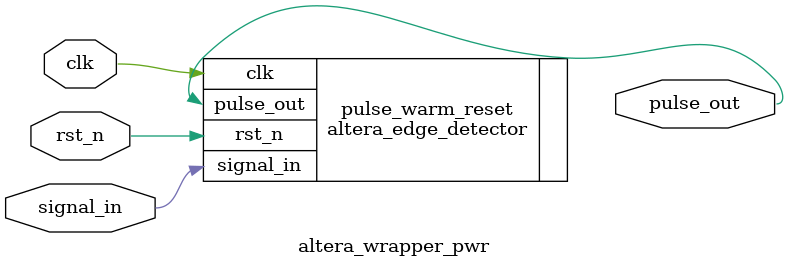
<source format=v>
module altera_wrapper_pwr (
  clk,
  rst_n,
  signal_in,
  pulse_out
);

  input  wire clk;
  input  wire rst_n;
  input  wire signal_in;
  output wire pulse_out;

  parameter PULSE_EXT = 2;
  parameter EDGE_TYPE = 1;
  parameter IGNORE_RST_WHILE_BUSY = 1;

  altera_edge_detector pulse_warm_reset (
    .clk       (clk),
    .rst_n     (rst_n),
    .signal_in (signal_in),
    .pulse_out (pulse_out)
  );

endmodule

</source>
